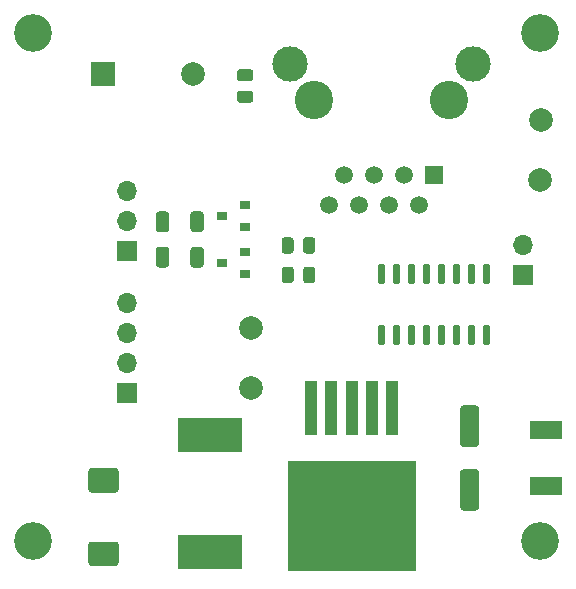
<source format=gts>
%TF.GenerationSoftware,KiCad,Pcbnew,5.1.9*%
%TF.CreationDate,2021-05-01T23:47:16+02:00*%
%TF.ProjectId,nfc_reader,6e66635f-7265-4616-9465-722e6b696361,rev?*%
%TF.SameCoordinates,Original*%
%TF.FileFunction,Soldermask,Top*%
%TF.FilePolarity,Negative*%
%FSLAX46Y46*%
G04 Gerber Fmt 4.6, Leading zero omitted, Abs format (unit mm)*
G04 Created by KiCad (PCBNEW 5.1.9) date 2021-05-01 23:47:16*
%MOMM*%
%LPD*%
G01*
G04 APERTURE LIST*
%ADD10O,1.700000X1.700000*%
%ADD11R,1.700000X1.700000*%
%ADD12R,10.800000X9.400000*%
%ADD13R,1.100000X4.600000*%
%ADD14R,0.900000X0.800000*%
%ADD15R,5.400000X2.900000*%
%ADD16C,1.500000*%
%ADD17C,3.000000*%
%ADD18R,1.500000X1.500000*%
%ADD19C,3.250000*%
%ADD20C,3.200000*%
%ADD21C,2.000000*%
%ADD22R,2.700000X1.500000*%
%ADD23R,2.000000X2.000000*%
G04 APERTURE END LIST*
D10*
%TO.C,J3*%
X147000000Y-113460000D03*
D11*
X147000000Y-116000000D03*
%TD*%
D10*
%TO.C,D1*%
X113500000Y-108920000D03*
X113500000Y-111460000D03*
D11*
X113500000Y-114000000D03*
%TD*%
D12*
%TO.C,U2*%
X132500000Y-136375000D03*
D13*
X129100000Y-127225000D03*
X130800000Y-127225000D03*
X132500000Y-127225000D03*
X134200000Y-127225000D03*
X135900000Y-127225000D03*
%TD*%
%TO.C,U1*%
G36*
G01*
X143795000Y-120200000D02*
X144095000Y-120200000D01*
G75*
G02*
X144245000Y-120350000I0J-150000D01*
G01*
X144245000Y-121800000D01*
G75*
G02*
X144095000Y-121950000I-150000J0D01*
G01*
X143795000Y-121950000D01*
G75*
G02*
X143645000Y-121800000I0J150000D01*
G01*
X143645000Y-120350000D01*
G75*
G02*
X143795000Y-120200000I150000J0D01*
G01*
G37*
G36*
G01*
X142525000Y-120200000D02*
X142825000Y-120200000D01*
G75*
G02*
X142975000Y-120350000I0J-150000D01*
G01*
X142975000Y-121800000D01*
G75*
G02*
X142825000Y-121950000I-150000J0D01*
G01*
X142525000Y-121950000D01*
G75*
G02*
X142375000Y-121800000I0J150000D01*
G01*
X142375000Y-120350000D01*
G75*
G02*
X142525000Y-120200000I150000J0D01*
G01*
G37*
G36*
G01*
X141255000Y-120200000D02*
X141555000Y-120200000D01*
G75*
G02*
X141705000Y-120350000I0J-150000D01*
G01*
X141705000Y-121800000D01*
G75*
G02*
X141555000Y-121950000I-150000J0D01*
G01*
X141255000Y-121950000D01*
G75*
G02*
X141105000Y-121800000I0J150000D01*
G01*
X141105000Y-120350000D01*
G75*
G02*
X141255000Y-120200000I150000J0D01*
G01*
G37*
G36*
G01*
X139985000Y-120200000D02*
X140285000Y-120200000D01*
G75*
G02*
X140435000Y-120350000I0J-150000D01*
G01*
X140435000Y-121800000D01*
G75*
G02*
X140285000Y-121950000I-150000J0D01*
G01*
X139985000Y-121950000D01*
G75*
G02*
X139835000Y-121800000I0J150000D01*
G01*
X139835000Y-120350000D01*
G75*
G02*
X139985000Y-120200000I150000J0D01*
G01*
G37*
G36*
G01*
X138715000Y-120200000D02*
X139015000Y-120200000D01*
G75*
G02*
X139165000Y-120350000I0J-150000D01*
G01*
X139165000Y-121800000D01*
G75*
G02*
X139015000Y-121950000I-150000J0D01*
G01*
X138715000Y-121950000D01*
G75*
G02*
X138565000Y-121800000I0J150000D01*
G01*
X138565000Y-120350000D01*
G75*
G02*
X138715000Y-120200000I150000J0D01*
G01*
G37*
G36*
G01*
X137445000Y-120200000D02*
X137745000Y-120200000D01*
G75*
G02*
X137895000Y-120350000I0J-150000D01*
G01*
X137895000Y-121800000D01*
G75*
G02*
X137745000Y-121950000I-150000J0D01*
G01*
X137445000Y-121950000D01*
G75*
G02*
X137295000Y-121800000I0J150000D01*
G01*
X137295000Y-120350000D01*
G75*
G02*
X137445000Y-120200000I150000J0D01*
G01*
G37*
G36*
G01*
X136175000Y-120200000D02*
X136475000Y-120200000D01*
G75*
G02*
X136625000Y-120350000I0J-150000D01*
G01*
X136625000Y-121800000D01*
G75*
G02*
X136475000Y-121950000I-150000J0D01*
G01*
X136175000Y-121950000D01*
G75*
G02*
X136025000Y-121800000I0J150000D01*
G01*
X136025000Y-120350000D01*
G75*
G02*
X136175000Y-120200000I150000J0D01*
G01*
G37*
G36*
G01*
X134905000Y-120200000D02*
X135205000Y-120200000D01*
G75*
G02*
X135355000Y-120350000I0J-150000D01*
G01*
X135355000Y-121800000D01*
G75*
G02*
X135205000Y-121950000I-150000J0D01*
G01*
X134905000Y-121950000D01*
G75*
G02*
X134755000Y-121800000I0J150000D01*
G01*
X134755000Y-120350000D01*
G75*
G02*
X134905000Y-120200000I150000J0D01*
G01*
G37*
G36*
G01*
X134905000Y-115050000D02*
X135205000Y-115050000D01*
G75*
G02*
X135355000Y-115200000I0J-150000D01*
G01*
X135355000Y-116650000D01*
G75*
G02*
X135205000Y-116800000I-150000J0D01*
G01*
X134905000Y-116800000D01*
G75*
G02*
X134755000Y-116650000I0J150000D01*
G01*
X134755000Y-115200000D01*
G75*
G02*
X134905000Y-115050000I150000J0D01*
G01*
G37*
G36*
G01*
X136175000Y-115050000D02*
X136475000Y-115050000D01*
G75*
G02*
X136625000Y-115200000I0J-150000D01*
G01*
X136625000Y-116650000D01*
G75*
G02*
X136475000Y-116800000I-150000J0D01*
G01*
X136175000Y-116800000D01*
G75*
G02*
X136025000Y-116650000I0J150000D01*
G01*
X136025000Y-115200000D01*
G75*
G02*
X136175000Y-115050000I150000J0D01*
G01*
G37*
G36*
G01*
X137445000Y-115050000D02*
X137745000Y-115050000D01*
G75*
G02*
X137895000Y-115200000I0J-150000D01*
G01*
X137895000Y-116650000D01*
G75*
G02*
X137745000Y-116800000I-150000J0D01*
G01*
X137445000Y-116800000D01*
G75*
G02*
X137295000Y-116650000I0J150000D01*
G01*
X137295000Y-115200000D01*
G75*
G02*
X137445000Y-115050000I150000J0D01*
G01*
G37*
G36*
G01*
X138715000Y-115050000D02*
X139015000Y-115050000D01*
G75*
G02*
X139165000Y-115200000I0J-150000D01*
G01*
X139165000Y-116650000D01*
G75*
G02*
X139015000Y-116800000I-150000J0D01*
G01*
X138715000Y-116800000D01*
G75*
G02*
X138565000Y-116650000I0J150000D01*
G01*
X138565000Y-115200000D01*
G75*
G02*
X138715000Y-115050000I150000J0D01*
G01*
G37*
G36*
G01*
X139985000Y-115050000D02*
X140285000Y-115050000D01*
G75*
G02*
X140435000Y-115200000I0J-150000D01*
G01*
X140435000Y-116650000D01*
G75*
G02*
X140285000Y-116800000I-150000J0D01*
G01*
X139985000Y-116800000D01*
G75*
G02*
X139835000Y-116650000I0J150000D01*
G01*
X139835000Y-115200000D01*
G75*
G02*
X139985000Y-115050000I150000J0D01*
G01*
G37*
G36*
G01*
X141255000Y-115050000D02*
X141555000Y-115050000D01*
G75*
G02*
X141705000Y-115200000I0J-150000D01*
G01*
X141705000Y-116650000D01*
G75*
G02*
X141555000Y-116800000I-150000J0D01*
G01*
X141255000Y-116800000D01*
G75*
G02*
X141105000Y-116650000I0J150000D01*
G01*
X141105000Y-115200000D01*
G75*
G02*
X141255000Y-115050000I150000J0D01*
G01*
G37*
G36*
G01*
X142525000Y-115050000D02*
X142825000Y-115050000D01*
G75*
G02*
X142975000Y-115200000I0J-150000D01*
G01*
X142975000Y-116650000D01*
G75*
G02*
X142825000Y-116800000I-150000J0D01*
G01*
X142525000Y-116800000D01*
G75*
G02*
X142375000Y-116650000I0J150000D01*
G01*
X142375000Y-115200000D01*
G75*
G02*
X142525000Y-115050000I150000J0D01*
G01*
G37*
G36*
G01*
X143795000Y-115050000D02*
X144095000Y-115050000D01*
G75*
G02*
X144245000Y-115200000I0J-150000D01*
G01*
X144245000Y-116650000D01*
G75*
G02*
X144095000Y-116800000I-150000J0D01*
G01*
X143795000Y-116800000D01*
G75*
G02*
X143645000Y-116650000I0J150000D01*
G01*
X143645000Y-115200000D01*
G75*
G02*
X143795000Y-115050000I150000J0D01*
G01*
G37*
%TD*%
%TO.C,R5*%
G36*
G01*
X127600000Y-113049999D02*
X127600000Y-113950001D01*
G75*
G02*
X127350001Y-114200000I-249999J0D01*
G01*
X126824999Y-114200000D01*
G75*
G02*
X126575000Y-113950001I0J249999D01*
G01*
X126575000Y-113049999D01*
G75*
G02*
X126824999Y-112800000I249999J0D01*
G01*
X127350001Y-112800000D01*
G75*
G02*
X127600000Y-113049999I0J-249999D01*
G01*
G37*
G36*
G01*
X129425000Y-113049999D02*
X129425000Y-113950001D01*
G75*
G02*
X129175001Y-114200000I-249999J0D01*
G01*
X128649999Y-114200000D01*
G75*
G02*
X128400000Y-113950001I0J249999D01*
G01*
X128400000Y-113049999D01*
G75*
G02*
X128649999Y-112800000I249999J0D01*
G01*
X129175001Y-112800000D01*
G75*
G02*
X129425000Y-113049999I0J-249999D01*
G01*
G37*
%TD*%
%TO.C,R4*%
G36*
G01*
X127600000Y-115549999D02*
X127600000Y-116450001D01*
G75*
G02*
X127350001Y-116700000I-249999J0D01*
G01*
X126824999Y-116700000D01*
G75*
G02*
X126575000Y-116450001I0J249999D01*
G01*
X126575000Y-115549999D01*
G75*
G02*
X126824999Y-115300000I249999J0D01*
G01*
X127350001Y-115300000D01*
G75*
G02*
X127600000Y-115549999I0J-249999D01*
G01*
G37*
G36*
G01*
X129425000Y-115549999D02*
X129425000Y-116450001D01*
G75*
G02*
X129175001Y-116700000I-249999J0D01*
G01*
X128649999Y-116700000D01*
G75*
G02*
X128400000Y-116450001I0J249999D01*
G01*
X128400000Y-115549999D01*
G75*
G02*
X128649999Y-115300000I249999J0D01*
G01*
X129175001Y-115300000D01*
G75*
G02*
X129425000Y-115549999I0J-249999D01*
G01*
G37*
%TD*%
%TO.C,R3*%
G36*
G01*
X123950001Y-99600000D02*
X123049999Y-99600000D01*
G75*
G02*
X122800000Y-99350001I0J249999D01*
G01*
X122800000Y-98824999D01*
G75*
G02*
X123049999Y-98575000I249999J0D01*
G01*
X123950001Y-98575000D01*
G75*
G02*
X124200000Y-98824999I0J-249999D01*
G01*
X124200000Y-99350001D01*
G75*
G02*
X123950001Y-99600000I-249999J0D01*
G01*
G37*
G36*
G01*
X123950001Y-101425000D02*
X123049999Y-101425000D01*
G75*
G02*
X122800000Y-101175001I0J249999D01*
G01*
X122800000Y-100649999D01*
G75*
G02*
X123049999Y-100400000I249999J0D01*
G01*
X123950001Y-100400000D01*
G75*
G02*
X124200000Y-100649999I0J-249999D01*
G01*
X124200000Y-101175001D01*
G75*
G02*
X123950001Y-101425000I-249999J0D01*
G01*
G37*
%TD*%
%TO.C,R2*%
G36*
G01*
X117062500Y-110874999D02*
X117062500Y-112125001D01*
G75*
G02*
X116812501Y-112375000I-249999J0D01*
G01*
X116187499Y-112375000D01*
G75*
G02*
X115937500Y-112125001I0J249999D01*
G01*
X115937500Y-110874999D01*
G75*
G02*
X116187499Y-110625000I249999J0D01*
G01*
X116812501Y-110625000D01*
G75*
G02*
X117062500Y-110874999I0J-249999D01*
G01*
G37*
G36*
G01*
X119987500Y-110874999D02*
X119987500Y-112125001D01*
G75*
G02*
X119737501Y-112375000I-249999J0D01*
G01*
X119112499Y-112375000D01*
G75*
G02*
X118862500Y-112125001I0J249999D01*
G01*
X118862500Y-110874999D01*
G75*
G02*
X119112499Y-110625000I249999J0D01*
G01*
X119737501Y-110625000D01*
G75*
G02*
X119987500Y-110874999I0J-249999D01*
G01*
G37*
%TD*%
%TO.C,R1*%
G36*
G01*
X117062500Y-113874999D02*
X117062500Y-115125001D01*
G75*
G02*
X116812501Y-115375000I-249999J0D01*
G01*
X116187499Y-115375000D01*
G75*
G02*
X115937500Y-115125001I0J249999D01*
G01*
X115937500Y-113874999D01*
G75*
G02*
X116187499Y-113625000I249999J0D01*
G01*
X116812501Y-113625000D01*
G75*
G02*
X117062500Y-113874999I0J-249999D01*
G01*
G37*
G36*
G01*
X119987500Y-113874999D02*
X119987500Y-115125001D01*
G75*
G02*
X119737501Y-115375000I-249999J0D01*
G01*
X119112499Y-115375000D01*
G75*
G02*
X118862500Y-115125001I0J249999D01*
G01*
X118862500Y-113874999D01*
G75*
G02*
X119112499Y-113625000I249999J0D01*
G01*
X119737501Y-113625000D01*
G75*
G02*
X119987500Y-113874999I0J-249999D01*
G01*
G37*
%TD*%
D14*
%TO.C,Q2*%
X121500000Y-111000000D03*
X123500000Y-110050000D03*
X123500000Y-111950000D03*
%TD*%
%TO.C,Q1*%
X121500000Y-115000000D03*
X123500000Y-114050000D03*
X123500000Y-115950000D03*
%TD*%
D15*
%TO.C,L1*%
X120500000Y-139450000D03*
X120500000Y-129550000D03*
%TD*%
D10*
%TO.C,J2*%
X113500000Y-118380000D03*
X113500000Y-120920000D03*
X113500000Y-123460000D03*
D11*
X113500000Y-126000000D03*
%TD*%
D16*
%TO.C,J1*%
X133150000Y-110040000D03*
X130610000Y-110040000D03*
D17*
X142825000Y-98100000D03*
D16*
X138230000Y-110040000D03*
D18*
X139500000Y-107500000D03*
D16*
X131880000Y-107500000D03*
X135690000Y-110040000D03*
X134420000Y-107500000D03*
X136960000Y-107500000D03*
D19*
X140770000Y-101150000D03*
D17*
X127285000Y-98100000D03*
D19*
X129340000Y-101150000D03*
%TD*%
D20*
%TO.C,H4*%
X148500000Y-138500000D03*
%TD*%
%TO.C,H3*%
X105500000Y-138500000D03*
%TD*%
%TO.C,H2*%
X148500000Y-95500000D03*
%TD*%
%TO.C,H1*%
X105500000Y-95500000D03*
%TD*%
D21*
%TO.C,F2*%
X123990000Y-125580000D03*
X124000000Y-120500000D03*
%TD*%
%TO.C,F1*%
X148510000Y-102920000D03*
X148500000Y-108000000D03*
%TD*%
D22*
%TO.C,D3*%
X149000000Y-133900000D03*
X149000000Y-129100000D03*
%TD*%
%TO.C,C2*%
G36*
G01*
X112525000Y-134425000D02*
X110475000Y-134425000D01*
G75*
G02*
X110225000Y-134175000I0J250000D01*
G01*
X110225000Y-132600000D01*
G75*
G02*
X110475000Y-132350000I250000J0D01*
G01*
X112525000Y-132350000D01*
G75*
G02*
X112775000Y-132600000I0J-250000D01*
G01*
X112775000Y-134175000D01*
G75*
G02*
X112525000Y-134425000I-250000J0D01*
G01*
G37*
G36*
G01*
X112525000Y-140650000D02*
X110475000Y-140650000D01*
G75*
G02*
X110225000Y-140400000I0J250000D01*
G01*
X110225000Y-138825000D01*
G75*
G02*
X110475000Y-138575000I250000J0D01*
G01*
X112525000Y-138575000D01*
G75*
G02*
X112775000Y-138825000I0J-250000D01*
G01*
X112775000Y-140400000D01*
G75*
G02*
X112525000Y-140650000I-250000J0D01*
G01*
G37*
%TD*%
%TO.C,C1*%
G36*
G01*
X141950000Y-132450000D02*
X143050000Y-132450000D01*
G75*
G02*
X143300000Y-132700000I0J-250000D01*
G01*
X143300000Y-135700000D01*
G75*
G02*
X143050000Y-135950000I-250000J0D01*
G01*
X141950000Y-135950000D01*
G75*
G02*
X141700000Y-135700000I0J250000D01*
G01*
X141700000Y-132700000D01*
G75*
G02*
X141950000Y-132450000I250000J0D01*
G01*
G37*
G36*
G01*
X141950000Y-127050000D02*
X143050000Y-127050000D01*
G75*
G02*
X143300000Y-127300000I0J-250000D01*
G01*
X143300000Y-130300000D01*
G75*
G02*
X143050000Y-130550000I-250000J0D01*
G01*
X141950000Y-130550000D01*
G75*
G02*
X141700000Y-130300000I0J250000D01*
G01*
X141700000Y-127300000D01*
G75*
G02*
X141950000Y-127050000I250000J0D01*
G01*
G37*
%TD*%
D21*
%TO.C,BZ1*%
X119100000Y-99000000D03*
D23*
X111500000Y-99000000D03*
%TD*%
M02*

</source>
